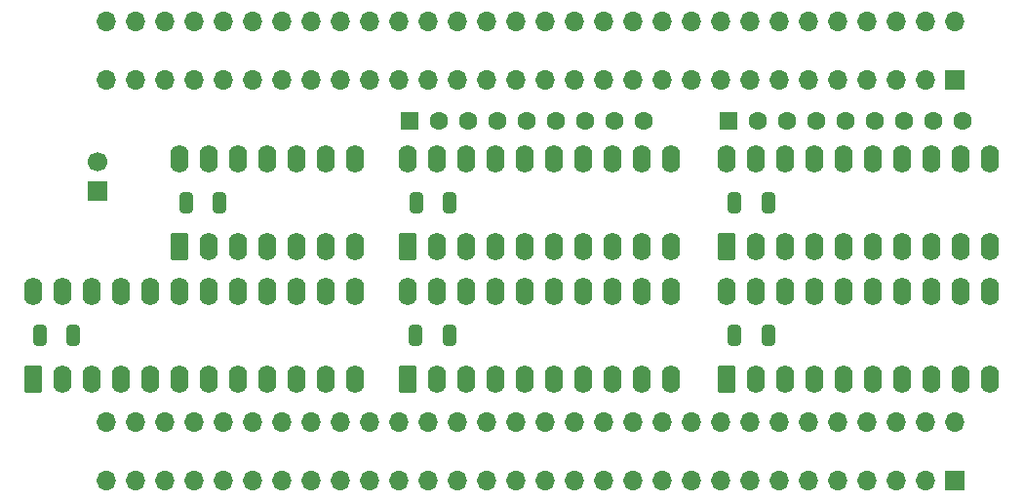
<source format=gbs>
G04 #@! TF.GenerationSoftware,KiCad,Pcbnew,9.0.2*
G04 #@! TF.CreationDate,2026-01-02T17:49:51+00:00*
G04 #@! TF.ProjectId,MegaCD-Connect BD Remake,4d656761-4344-42d4-936f-6e6e65637420,rev?*
G04 #@! TF.SameCoordinates,Original*
G04 #@! TF.FileFunction,Soldermask,Bot*
G04 #@! TF.FilePolarity,Negative*
%FSLAX46Y46*%
G04 Gerber Fmt 4.6, Leading zero omitted, Abs format (unit mm)*
G04 Created by KiCad (PCBNEW 9.0.2) date 2026-01-02 17:49:51*
%MOMM*%
%LPD*%
G01*
G04 APERTURE LIST*
G04 Aperture macros list*
%AMRoundRect*
0 Rectangle with rounded corners*
0 $1 Rounding radius*
0 $2 $3 $4 $5 $6 $7 $8 $9 X,Y pos of 4 corners*
0 Add a 4 corners polygon primitive as box body*
4,1,4,$2,$3,$4,$5,$6,$7,$8,$9,$2,$3,0*
0 Add four circle primitives for the rounded corners*
1,1,$1+$1,$2,$3*
1,1,$1+$1,$4,$5*
1,1,$1+$1,$6,$7*
1,1,$1+$1,$8,$9*
0 Add four rect primitives between the rounded corners*
20,1,$1+$1,$2,$3,$4,$5,0*
20,1,$1+$1,$4,$5,$6,$7,0*
20,1,$1+$1,$6,$7,$8,$9,0*
20,1,$1+$1,$8,$9,$2,$3,0*%
G04 Aperture macros list end*
%ADD10RoundRect,0.250000X-0.325000X-0.650000X0.325000X-0.650000X0.325000X0.650000X-0.325000X0.650000X0*%
%ADD11RoundRect,0.250000X0.550000X-0.950000X0.550000X0.950000X-0.550000X0.950000X-0.550000X-0.950000X0*%
%ADD12O,1.600000X2.400000*%
%ADD13R,1.700000X1.700000*%
%ADD14O,1.700000X1.700000*%
%ADD15C,1.700000*%
%ADD16R,1.600000X1.600000*%
%ADD17C,1.600000*%
G04 APERTURE END LIST*
D10*
X113289000Y-102362000D03*
X116239000Y-102362000D03*
X145923000Y-102362000D03*
X148873000Y-102362000D03*
X173609000Y-102362000D03*
X176559000Y-102362000D03*
X125989000Y-90805000D03*
X128939000Y-90805000D03*
X145972000Y-90805000D03*
X148922000Y-90805000D03*
X173609000Y-90805000D03*
X176559000Y-90805000D03*
D11*
X112776000Y-106162000D03*
D12*
X115316000Y-106162000D03*
X117856000Y-106162000D03*
X120396000Y-106162000D03*
X122936000Y-106162000D03*
X125476000Y-106162000D03*
X128016000Y-106162000D03*
X130556000Y-106162000D03*
X133096000Y-106162000D03*
X135636000Y-106162000D03*
X138176000Y-106162000D03*
X140716000Y-106162000D03*
X140716000Y-98542000D03*
X138176000Y-98542000D03*
X135636000Y-98542000D03*
X133096000Y-98542000D03*
X130556000Y-98542000D03*
X128016000Y-98542000D03*
X125476000Y-98542000D03*
X122936000Y-98542000D03*
X120396000Y-98542000D03*
X117856000Y-98542000D03*
X115316000Y-98542000D03*
X112776000Y-98542000D03*
D11*
X145288000Y-106172000D03*
D12*
X147828000Y-106172000D03*
X150368000Y-106172000D03*
X152908000Y-106172000D03*
X155448000Y-106172000D03*
X157988000Y-106172000D03*
X160528000Y-106172000D03*
X163068000Y-106172000D03*
X165608000Y-106172000D03*
X168148000Y-106172000D03*
X168148000Y-98552000D03*
X165608000Y-98552000D03*
X163068000Y-98552000D03*
X160528000Y-98552000D03*
X157988000Y-98552000D03*
X155448000Y-98552000D03*
X152908000Y-98552000D03*
X150368000Y-98552000D03*
X147828000Y-98552000D03*
X145288000Y-98552000D03*
D11*
X172974000Y-106172000D03*
D12*
X175514000Y-106172000D03*
X178054000Y-106172000D03*
X180594000Y-106172000D03*
X183134000Y-106172000D03*
X185674000Y-106172000D03*
X188214000Y-106172000D03*
X190754000Y-106172000D03*
X193294000Y-106172000D03*
X195834000Y-106172000D03*
X195834000Y-98552000D03*
X193294000Y-98552000D03*
X190754000Y-98552000D03*
X188214000Y-98552000D03*
X185674000Y-98552000D03*
X183134000Y-98552000D03*
X180594000Y-98552000D03*
X178054000Y-98552000D03*
X175514000Y-98552000D03*
X172974000Y-98552000D03*
D11*
X125476000Y-94615000D03*
D12*
X128016000Y-94615000D03*
X130556000Y-94615000D03*
X133096000Y-94615000D03*
X135636000Y-94615000D03*
X138176000Y-94615000D03*
X140716000Y-94615000D03*
X140716000Y-86995000D03*
X138176000Y-86995000D03*
X135636000Y-86995000D03*
X133096000Y-86995000D03*
X130556000Y-86995000D03*
X128016000Y-86995000D03*
X125476000Y-86995000D03*
D11*
X145288000Y-94615000D03*
D12*
X147828000Y-94615000D03*
X150368000Y-94615000D03*
X152908000Y-94615000D03*
X155448000Y-94615000D03*
X157988000Y-94615000D03*
X160528000Y-94615000D03*
X163068000Y-94615000D03*
X165608000Y-94615000D03*
X168148000Y-94615000D03*
X168148000Y-86995000D03*
X165608000Y-86995000D03*
X163068000Y-86995000D03*
X160528000Y-86995000D03*
X157988000Y-86995000D03*
X155448000Y-86995000D03*
X152908000Y-86995000D03*
X150368000Y-86995000D03*
X147828000Y-86995000D03*
X145288000Y-86995000D03*
D11*
X172974000Y-94615000D03*
D12*
X175514000Y-94615000D03*
X178054000Y-94615000D03*
X180594000Y-94615000D03*
X183134000Y-94615000D03*
X185674000Y-94615000D03*
X188214000Y-94615000D03*
X190754000Y-94615000D03*
X193294000Y-94615000D03*
X195834000Y-94615000D03*
X195834000Y-86995000D03*
X193294000Y-86995000D03*
X190754000Y-86995000D03*
X188214000Y-86995000D03*
X185674000Y-86995000D03*
X183134000Y-86995000D03*
X180594000Y-86995000D03*
X178054000Y-86995000D03*
X175514000Y-86995000D03*
X172974000Y-86995000D03*
D13*
X192786000Y-80137000D03*
D14*
X190246000Y-80137000D03*
X187706000Y-80137000D03*
X185166000Y-80137000D03*
X182626000Y-80137000D03*
X180086000Y-80137000D03*
X177546000Y-80137000D03*
X175006000Y-80137000D03*
X172466000Y-80137000D03*
X169926000Y-80137000D03*
X167386000Y-80137000D03*
X164846000Y-80137000D03*
X162306000Y-80137000D03*
X159766000Y-80137000D03*
X157226000Y-80137000D03*
X154686000Y-80137000D03*
X152146000Y-80137000D03*
X149606000Y-80137000D03*
X147066000Y-80137000D03*
X144526000Y-80137000D03*
X141986000Y-80137000D03*
X139446000Y-80137000D03*
X136906000Y-80137000D03*
X134366000Y-80137000D03*
X131826000Y-80137000D03*
X129286000Y-80137000D03*
X126746000Y-80137000D03*
X124206000Y-80137000D03*
X121666000Y-80137000D03*
X119126000Y-80137000D03*
X192786000Y-75057000D03*
X190246000Y-75057000D03*
X187706000Y-75057000D03*
X185166000Y-75057000D03*
X182626000Y-75057000D03*
X180086000Y-75057000D03*
X177546000Y-75057000D03*
X175006000Y-75057000D03*
X172466000Y-75057000D03*
X169926000Y-75057000D03*
X167386000Y-75057000D03*
X164846000Y-75057000D03*
X162306000Y-75057000D03*
X159766000Y-75057000D03*
X157226000Y-75057000D03*
X154686000Y-75057000D03*
X152146000Y-75057000D03*
X149606000Y-75057000D03*
X147066000Y-75057000D03*
X144526000Y-75057000D03*
X141986000Y-75057000D03*
X139446000Y-75057000D03*
X136906000Y-75057000D03*
X134366000Y-75057000D03*
X131826000Y-75057000D03*
X129286000Y-75057000D03*
X126746000Y-75057000D03*
X124206000Y-75057000D03*
X121666000Y-75057000D03*
X119126000Y-75057000D03*
D13*
X192786000Y-114935000D03*
D14*
X190246000Y-114935000D03*
X187706000Y-114935000D03*
X185166000Y-114935000D03*
X182626000Y-114935000D03*
X180086000Y-114935000D03*
X177546000Y-114935000D03*
X175006000Y-114935000D03*
X172466000Y-114935000D03*
X169926000Y-114935000D03*
X167386000Y-114935000D03*
X164846000Y-114935000D03*
X162306000Y-114935000D03*
X159766000Y-114935000D03*
X157226000Y-114935000D03*
X154686000Y-114935000D03*
X152146000Y-114935000D03*
X149606000Y-114935000D03*
X147066000Y-114935000D03*
X144526000Y-114935000D03*
X141986000Y-114935000D03*
X139446000Y-114935000D03*
X136906000Y-114935000D03*
X134366000Y-114935000D03*
X131826000Y-114935000D03*
X129286000Y-114935000D03*
X126746000Y-114935000D03*
X124206000Y-114935000D03*
X121666000Y-114935000D03*
X119126000Y-114935000D03*
X192786000Y-109855000D03*
X190246000Y-109855000D03*
X187706000Y-109855000D03*
X185166000Y-109855000D03*
X182626000Y-109855000D03*
X180086000Y-109855000D03*
X177546000Y-109855000D03*
X175006000Y-109855000D03*
X172466000Y-109855000D03*
X169926000Y-109855000D03*
X167386000Y-109855000D03*
X164846000Y-109855000D03*
X162306000Y-109855000D03*
X159766000Y-109855000D03*
X157226000Y-109855000D03*
X154686000Y-109855000D03*
X152146000Y-109855000D03*
X149606000Y-109855000D03*
X147066000Y-109855000D03*
X144526000Y-109855000D03*
X141986000Y-109855000D03*
X139446000Y-109855000D03*
X136906000Y-109855000D03*
X134366000Y-109855000D03*
X131826000Y-109855000D03*
X129286000Y-109855000D03*
X126746000Y-109855000D03*
X124206000Y-109855000D03*
X121666000Y-109855000D03*
X119126000Y-109855000D03*
D13*
X118364000Y-89794000D03*
D15*
X118364000Y-87254000D03*
D16*
X145415000Y-83693000D03*
D17*
X147955000Y-83693000D03*
X150495000Y-83693000D03*
X153035000Y-83693000D03*
X155575000Y-83693000D03*
X158115000Y-83693000D03*
X160655000Y-83693000D03*
X163195000Y-83693000D03*
X165735000Y-83693000D03*
D16*
X173101000Y-83693000D03*
D17*
X175641000Y-83693000D03*
X178181000Y-83693000D03*
X180721000Y-83693000D03*
X183261000Y-83693000D03*
X185801000Y-83693000D03*
X188341000Y-83693000D03*
X190881000Y-83693000D03*
X193421000Y-83693000D03*
M02*

</source>
